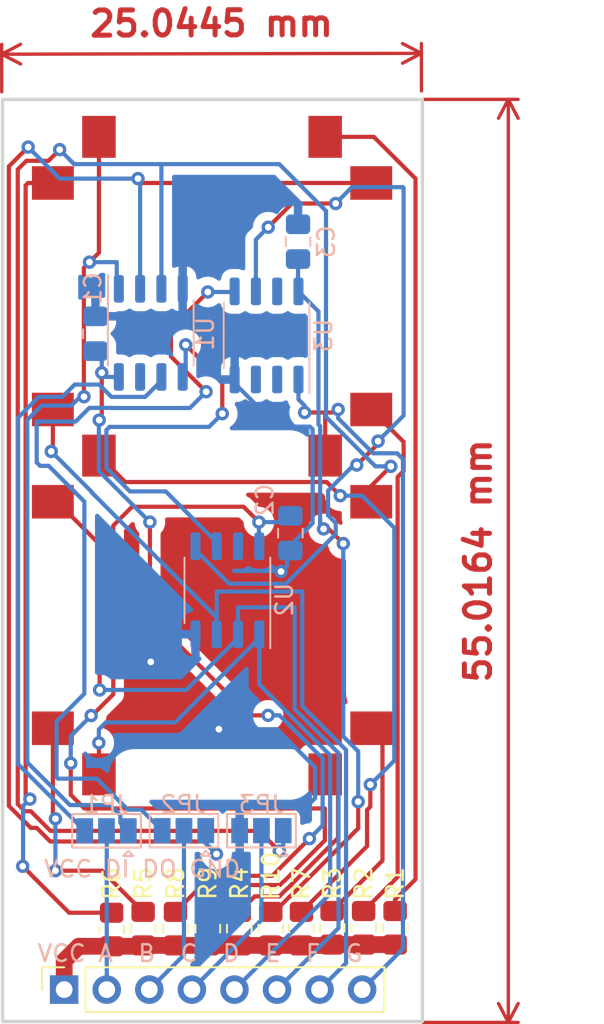
<source format=kicad_pcb>
(kicad_pcb (version 20211014) (generator pcbnew)
  (layers (0 "F.Cu" signal) (31 "B.Cu" signal) (34 "B.Paste" user) (35 "F.Paste" user) (36 "B.SilkS" user "B.Silkscreen") (37 "F.SilkS" user "F.Silkscreen") (38 "B.Mask" user) (39 "F.Mask" user) (44 "Edge.Cuts" user))
  (net 0 "")
  (net 1 "VCC")
  (net 2 "Net-(C1-Pad1)")
  (net 3 "Net-(C2-Pad1)")
  (net 4 "Net-(C3-Pad1)")
  (net 5 "Net-(D1-Pad2)")
  (net 6 "Net-(D2-Pad2)")
  (net 7 "Net-(D3-Pad2)")
  (net 8 "Net-(D4-Pad2)")
  (net 9 "a")
  (net 10 "b")
  (net 11 "c")
  (net 12 "d")
  (net 13 "e")
  (net 14 "f")
  (net 15 "g")
  (net 16 "a_di")
  (net 17 "b_do")
  (net 18 "c_gnd")
  (net 19 "di")
  (net 20 "do")
  (net 21 "GND")
  (net 22 "Net-(U1-Pad5)")
  (net 24 "Net-(U2-Pad5)")
  (net 29 "Net-(D5-Pad2)")
  (net 30 "Net-(D6-Pad2)")
  (net 31 "Net-(D7-Pad2)")
  (footprint "7SegmentCharlie:LEDFilament_12mm" (layer "F.Cu") (at 177.546 87.2236 180)
    (fp_text reference "D7" hide)
    (fp_text value "LED" hide)
    (pad "" np_thru_hole oval locked (at 0 0 180) (size 11.25 2) (drill oval 11.25 2) (layers *.Cu *.Mask))
    (pad "1" smd rect locked (at -6.75 0 180) (size 2 2.5) (layers "F.Cu") (net 15 "g"))
    (pad "2" smd rect locked (at 6.75 0 180) (size 2 2.5) (layers "F.Cu") (net 31 "Net-(D7-Pad2)"))
  )
  (footprint "Resistor_SMD:R_0805_2012Metric_Pad1.20x1.40mm_HandSolder" (layer "F.Cu") (at 181.0512 115.4176 -90)
    (fp_text reference "R10" (at -3.1496 0 90) (layer "F.SilkS"))
    (fp_text value "R")
    (pad "1" smd roundrect (at -1 0 270) (size 1.2 1.4) (layers "F.Cu" "F.Paste" "F.Mask") (roundrect_rratio 0.2083333333) (net 4 "Net-(C3-Pad1)"))
    (pad "2" smd roundrect (at 1 0 270) (size 1.2 1.4) (layers "F.Cu" "F.Paste" "F.Mask") (roundrect_rratio 0.2083333333) (net 1 "VCC"))
  )
  (footprint "7SegmentCharlie:LEDFilament_12mm" (layer "F.Cu") (at 187.0456 96.7232 -90)
    (fp_text reference "D3" hide)
    (fp_text value "LED" hide)
    (pad "" np_thru_hole oval locked (at 0 0 270) (size 11.25 2) (drill oval 11.25 2) (layers *.Cu *.Mask))
    (pad "1" smd rect locked (at -6.75 0 270) (size 2 2.5) (layers "F.Cu") (net 11 "c"))
    (pad "2" smd rect locked (at 6.75 0 270) (size 2 2.5) (layers "F.Cu") (net 7 "Net-(D3-Pad2)"))
  )
  (footprint "Connector_PinSocket_2.54mm:PinSocket_1x08_P2.54mm_Vertical" (layer "F.Cu") (at 168.7218 119.0502 90)
    (fp_text reference "J1" hide)
    (fp_text value "Conn_01x08_Male")
    (pad "1" thru_hole rect (at 0 0 90) (size 1.7 1.7) (drill 1) (layers *.Cu *.Mask) (net 1 "VCC"))
    (pad "2" thru_hole oval (at 0 2.54 90) (size 1.7 1.7) (drill 1) (layers *.Cu *.Mask) (net 16 "a_di"))
    (pad "3" thru_hole oval (at 0 5.08 90) (size 1.7 1.7) (drill 1) (layers *.Cu *.Mask) (net 17 "b_do"))
    (pad "4" thru_hole oval (at 0 7.62 90) (size 1.7 1.7) (drill 1) (layers *.Cu *.Mask) (net 18 "c_gnd"))
    (pad "5" thru_hole oval (at 0 10.16 90) (size 1.7 1.7) (drill 1) (layers *.Cu *.Mask) (net 12 "d"))
    (pad "6" thru_hole oval (at 0 12.7 90) (size 1.7 1.7) (drill 1) (layers *.Cu *.Mask) (net 13 "e"))
    (pad "7" thru_hole oval (at 0 15.24 90) (size 1.7 1.7) (drill 1) (layers *.Cu *.Mask) (net 14 "f"))
    (pad "8" thru_hole oval (at 0 17.78 90) (size 1.7 1.7) (drill 1) (layers *.Cu *.Mask) (net 15 "g"))
  )
  (footprint "Resistor_SMD:R_0805_2012Metric_Pad1.20x1.40mm_HandSolder" (layer "F.Cu") (at 171.5516 115.4684 90)
    (fp_text reference "R6" (at 2.7432 0 90) (layer "F.SilkS"))
    (fp_text value "R")
    (pad "1" smd roundrect (at -1 0 90) (size 1.2 1.4) (layers "F.Cu" "F.Paste" "F.Mask") (roundrect_rratio 0.2083333333) (net 1 "VCC"))
    (pad "2" smd roundrect (at 1 0 90) (size 1.2 1.4) (layers "F.Cu" "F.Paste" "F.Mask") (roundrect_rratio 0.2083333333) (net 30 "Net-(D6-Pad2)"))
  )
  (footprint "Resistor_SMD:R_0805_2012Metric_Pad1.20x1.40mm_HandSolder" (layer "F.Cu") (at 184.7088 115.3668 90)
    (fp_text reference "R3" (at 2.6416 0 90) (layer "F.SilkS"))
    (fp_text value "R")
    (pad "1" smd roundrect (at -1 0 90) (size 1.2 1.4) (layers "F.Cu" "F.Paste" "F.Mask") (roundrect_rratio 0.2083333333) (net 1 "VCC"))
    (pad "2" smd roundrect (at 1 0 90) (size 1.2 1.4) (layers "F.Cu" "F.Paste" "F.Mask") (roundrect_rratio 0.2083333333) (net 7 "Net-(D3-Pad2)"))
  )
  (footprint "7SegmentCharlie:LEDFilament_12mm" (layer "F.Cu") (at 177.546 68.2244)
    (fp_text reference "D1" hide)
    (fp_text value "LED" hide)
    (pad "" np_thru_hole oval locked (at 0 0) (size 11.25 2) (drill oval 11.25 2) (layers *.Cu *.Mask))
    (pad "1" smd rect locked (at -6.75 0) (size 2 2.5) (layers "F.Cu") (net 9 "a"))
    (pad "2" smd rect locked (at 6.75 0) (size 2 2.5) (layers "F.Cu") (net 5 "Net-(D1-Pad2)"))
  )
  (footprint "7SegmentCharlie:LEDFilament_12mm" (layer "F.Cu") (at 168.0464 77.724 90)
    (fp_text reference "D6" hide)
    (fp_text value "LED" hide)
    (pad "" np_thru_hole oval locked (at 0 0 90) (size 11.25 2) (drill oval 11.25 2) (layers *.Cu *.Mask))
    (pad "1" smd rect locked (at -6.75 0 90) (size 2 2.5) (layers "F.Cu") (net 14 "f"))
    (pad "2" smd rect locked (at 6.75 0 90) (size 2 2.5) (layers "F.Cu") (net 30 "Net-(D6-Pad2)"))
  )
  (footprint "Resistor_SMD:R_0805_2012Metric_Pad1.20x1.40mm_HandSolder" (layer "F.Cu") (at 177.292 115.4176 -90)
    (fp_text reference "R9" (at -2.6924 0 90) (layer "F.SilkS"))
    (fp_text value "R")
    (pad "1" smd roundrect (at -1 0 270) (size 1.2 1.4) (layers "F.Cu" "F.Paste" "F.Mask") (roundrect_rratio 0.2083333333) (net 3 "Net-(C2-Pad1)"))
    (pad "2" smd roundrect (at 1 0 270) (size 1.2 1.4) (layers "F.Cu" "F.Paste" "F.Mask") (roundrect_rratio 0.2083333333) (net 1 "VCC"))
  )
  (footprint "Resistor_SMD:R_0805_2012Metric_Pad1.20x1.40mm_HandSolder" (layer "F.Cu") (at 175.3616 115.4176 -90)
    (fp_text reference "R8" (at -2.6924 0 90) (layer "F.SilkS"))
    (fp_text value "R")
    (pad "1" smd roundrect (at -1 0 270) (size 1.2 1.4) (layers "F.Cu" "F.Paste" "F.Mask") (roundrect_rratio 0.2083333333) (net 2 "Net-(C1-Pad1)"))
    (pad "2" smd roundrect (at 1 0 270) (size 1.2 1.4) (layers "F.Cu" "F.Paste" "F.Mask") (roundrect_rratio 0.2083333333) (net 1 "VCC"))
  )
  (footprint "7SegmentCharlie:LEDFilament_12mm" (layer "F.Cu") (at 187.0456 77.724 -90)
    (fp_text reference "D2" hide)
    (fp_text value "LED" hide)
    (pad "" np_thru_hole oval locked (at 0 0 270) (size 11.25 2) (drill oval 11.25 2) (layers *.Cu *.Mask))
    (pad "1" smd rect locked (at -6.75 0 270) (size 2 2.5) (layers "F.Cu") (net 10 "b"))
    (pad "2" smd rect locked (at 6.75 0 270) (size 2 2.5) (layers "F.Cu") (net 6 "Net-(D2-Pad2)"))
  )
  (footprint "Resistor_SMD:R_0805_2012Metric_Pad1.20x1.40mm_HandSolder" (layer "F.Cu") (at 186.5884 115.3668 90)
    (fp_text reference "R2" (at 2.6416 0 90) (layer "F.SilkS"))
    (fp_text value "R")
    (pad "1" smd roundrect (at -1 0 90) (size 1.2 1.4) (layers "F.Cu" "F.Paste" "F.Mask") (roundrect_rratio 0.2083333333) (net 1 "VCC"))
    (pad "2" smd roundrect (at 1 0 90) (size 1.2 1.4) (layers "F.Cu" "F.Paste" "F.Mask") (roundrect_rratio 0.2083333333) (net 6 "Net-(D2-Pad2)"))
  )
  (footprint "7SegmentCharlie:LEDFilament_12mm" (layer "F.Cu") (at 168.0464 96.7232 -90)
    (fp_text reference "D5" hide)
    (fp_text value "LED" hide)
    (pad "" np_thru_hole oval locked (at 0 0 270) (size 11.25 2) (drill oval 11.25 2) (layers *.Cu *.Mask))
    (pad "1" smd rect locked (at -6.75 0 270) (size 2 2.5) (layers "F.Cu") (net 13 "e"))
    (pad "2" smd rect locked (at 6.75 0 270) (size 2 2.5) (layers "F.Cu") (net 29 "Net-(D5-Pad2)"))
  )
  (footprint "Resistor_SMD:R_0805_2012Metric_Pad1.20x1.40mm_HandSolder" (layer "F.Cu") (at 182.88 115.4176 90)
    (fp_text reference "R7" (at 2.6924 0 90) (layer "F.SilkS"))
    (fp_text value "R")
    (pad "1" smd roundrect (at -1 0 90) (size 1.2 1.4) (layers "F.Cu" "F.Paste" "F.Mask") (roundrect_rratio 0.2083333333) (net 1 "VCC"))
    (pad "2" smd roundrect (at 1 0 90) (size 1.2 1.4) (layers "F.Cu" "F.Paste" "F.Mask") (roundrect_rratio 0.2083333333) (net 31 "Net-(D7-Pad2)"))
  )
  (footprint "Resistor_SMD:R_0805_2012Metric_Pad1.20x1.40mm_HandSolder" (layer "F.Cu") (at 188.468 115.3668 90)
    (fp_text reference "R1" (at 2.6416 0 90) (layer "F.SilkS"))
    (fp_text value "R")
    (pad "1" smd roundrect (at -1 0 90) (size 1.2 1.4) (layers "F.Cu" "F.Paste" "F.Mask") (roundrect_rratio 0.2083333333) (net 1 "VCC"))
    (pad "2" smd roundrect (at 1 0 90) (size 1.2 1.4) (layers "F.Cu" "F.Paste" "F.Mask") (roundrect_rratio 0.2083333333) (net 5 "Net-(D1-Pad2)"))
  )
  (footprint "Resistor_SMD:R_0805_2012Metric_Pad1.20x1.40mm_HandSolder" (layer "F.Cu") (at 179.1716 115.4176 90)
    (fp_text reference "R4" (at 2.6924 0 90) (layer "F.SilkS"))
    (fp_text value "R")
    (pad "1" smd roundrect (at -1 0 90) (size 1.2 1.4) (layers "F.Cu" "F.Paste" "F.Mask") (roundrect_rratio 0.2083333333) (net 1 "VCC"))
    (pad "2" smd roundrect (at 1 0 90) (size 1.2 1.4) (layers "F.Cu" "F.Paste" "F.Mask") (roundrect_rratio 0.2083333333) (net 8 "Net-(D4-Pad2)"))
  )
  (footprint "7SegmentCharlie:LEDFilament_12mm" (layer "F.Cu") (at 177.546 106.2228)
    (fp_text reference "D4" hide)
    (fp_text value "LED" hide)
    (pad "" np_thru_hole oval locked (at 0 0) (size 11.25 2) (drill oval 11.25 2) (layers *.Cu *.Mask))
    (pad "1" smd rect locked (at -6.75 0) (size 2 2.5) (layers "F.Cu") (net 12 "d"))
    (pad "2" smd rect locked (at 6.75 0) (size 2 2.5) (layers "F.Cu") (net 8 "Net-(D4-Pad2)"))
  )
  (footprint "Resistor_SMD:R_0805_2012Metric_Pad1.20x1.40mm_HandSolder" (layer "F.Cu") (at 173.4312 115.4176 90)
    (fp_text reference "R5" (at 2.6924 0 90) (layer "F.SilkS"))
    (fp_text value "R")
    (pad "1" smd roundrect (at -1 0 90) (size 1.2 1.4) (layers "F.Cu" "F.Paste" "F.Mask") (roundrect_rratio 0.2083333333) (net 1 "VCC"))
    (pad "2" smd roundrect (at 1 0 90) (size 1.2 1.4) (layers "F.Cu" "F.Paste" "F.Mask") (roundrect_rratio 0.2083333333) (net 29 "Net-(D5-Pad2)"))
  )
  (footprint "Package_SO:SOP-8_3.9x4.9mm_P1.27mm" (layer "B.Cu") (at 178.4604 95.25 90)
    (fp_text reference "U2" (at -0.5588 3.4 90) (layer "B.SilkS") (effects (justify mirror)))
    (fp_text value "WS2811")
    (pad "1" smd roundrect (at -2.625 1.905 90) (size 1.65 0.6) (layers "B.Cu" "B.Paste" "B.Mask") (net 12 "d"))
    (pad "2" smd roundrect (at -2.625 0.635 90) (size 1.65 0.6) (layers "B.Cu" "B.Paste" "B.Mask") (net 13 "e"))
    (pad "3" smd roundrect (at -2.625 -0.635 90) (size 1.65 0.6) (layers "B.Cu" "B.Paste" "B.Mask") (net 14 "f"))
    (pad "4" smd roundrect (at -2.625 -1.905 90) (size 1.65 0.6) (layers "B.Cu" "B.Paste" "B.Mask") (net 21 "GND"))
    (pad "5" smd roundrect (at 2.625 -1.905 90) (size 1.65 0.6) (layers "B.Cu" "B.Paste" "B.Mask") (net 24 "Net-(U2-Pad5)"))
    (pad "6" smd roundrect (at 2.625 -0.635 90) (size 1.65 0.6) (layers "B.Cu" "B.Paste" "B.Mask") (net 22 "Net-(U1-Pad5)"))
    (pad "7" smd roundrect (at 2.625 0.635 90) (size 1.65 0.6) (layers "B.Cu" "B.Paste" "B.Mask"))
    (pad "8" smd roundrect (at 2.625 1.905 90) (size 1.65 0.6) (layers "B.Cu" "B.Paste" "B.Mask") (net 3 "Net-(C2-Pad1)"))
  )
  (footprint "Jumper:SolderJumper-3_P1.3mm_Open_Pad1.0x1.5mm" (layer "B.Cu") (at 171.2468 109.5855 180)
    (fp_text reference "JP1" (at 0 1.5847) (layer "B.SilkS") (effects (justify mirror)))
    (fp_text value "SolderJumper_3_Open")
    (pad "1" smd rect (at -1.3 0 180) (size 1 1.5) (layers "B.Cu" "B.Mask") (net 9 "a"))
    (pad "2" smd rect (at 0 0 180) (size 1 1.5) (layers "B.Cu" "B.Mask") (net 16 "a_di"))
    (pad "3" smd rect (at 1.3 0 180) (size 1 1.5) (layers "B.Cu" "B.Mask") (net 19 "di"))
  )
  (footprint "Jumper:SolderJumper-3_P1.3mm_Open_Pad1.0x1.5mm" (layer "B.Cu") (at 175.8696 109.5756 180)
    (fp_text reference "JP2" (at 0.0508 1.5748) (layer "B.SilkS") (effects (justify mirror)))
    (fp_text value "SolderJumper_3_Open")
    (pad "1" smd rect (at -1.3 0 180) (size 1 1.5) (layers "B.Cu" "B.Mask") (net 10 "b"))
    (pad "2" smd rect (at 0 0 180) (size 1 1.5) (layers "B.Cu" "B.Mask") (net 17 "b_do"))
    (pad "3" smd rect (at 1.3 0 180) (size 1 1.5) (layers "B.Cu" "B.Mask") (net 20 "do"))
  )
  (footprint "Capacitor_SMD:C_0805_2012Metric_Pad1.18x1.45mm_HandSolder" (layer "B.Cu") (at 182.2196 91.8464 -90)
    (fp_text reference "C2" (at -1.9812 1.524 90) (layer "B.SilkS") (effects (justify mirror)))
    (fp_text value "C")
    (pad "1" smd roundrect (at -1.0375 0 270) (size 1.175 1.45) (layers "B.Cu" "B.Paste" "B.Mask") (roundrect_rratio 0.2127659574) (net 3 "Net-(C2-Pad1)"))
    (pad "2" smd roundrect (at 1.0375 0 270) (size 1.175 1.45) (layers "B.Cu" "B.Paste" "B.Mask") (roundrect_rratio 0.2127659574) (net 21 "GND"))
  )
  (footprint "Jumper:SolderJumper-3_P1.3mm_Open_Pad1.0x1.5mm" (layer "B.Cu") (at 180.4924 109.5756 180)
    (fp_text reference "JP3" (at 0 1.5748) (layer "B.SilkS") (effects (justify mirror)))
    (fp_text value "SolderJumper_3_Open")
    (pad "1" smd rect (at -1.3 0 180) (size 1 1.5) (layers "B.Cu" "B.Mask") (net 11 "c"))
    (pad "2" smd rect (at 0 0 180) (size 1 1.5) (layers "B.Cu" "B.Mask") (net 18 "c_gnd"))
    (pad "3" smd rect (at 1.3 0 180) (size 1 1.5) (layers "B.Cu" "B.Mask") (net 21 "GND"))
  )
  (footprint "Package_SO:SOP-8_3.9x4.9mm_P1.27mm" (layer "B.Cu") (at 180.7972 80.0608 90)
    (fp_text reference "U3" (at 0 3.4 90) (layer "B.SilkS") (effects (justify mirror)))
    (fp_text value "WS2811")
    (pad "1" smd roundrect (at -2.625 1.905 90) (size 1.65 0.6) (layers "B.Cu" "B.Paste" "B.Mask") (net 15 "g"))
    (pad "2" smd roundrect (at -2.625 0.635 90) (size 1.65 0.6) (layers "B.Cu" "B.Paste" "B.Mask"))
    (pad "3" smd roundrect (at -2.625 -0.635 90) (size 1.65 0.6) (layers "B.Cu" "B.Paste" "B.Mask"))
    (pad "4" smd roundrect (at -2.625 -1.905 90) (size 1.65 0.6) (layers "B.Cu" "B.Paste" "B.Mask") (net 21 "GND"))
    (pad "5" smd roundrect (at 2.625 -1.905 90) (size 1.65 0.6) (layers "B.Cu" "B.Paste" "B.Mask") (net 20 "do"))
    (pad "6" smd roundrect (at 2.625 -0.635 90) (size 1.65 0.6) (layers "B.Cu" "B.Paste" "B.Mask") (net 24 "Net-(U2-Pad5)"))
    (pad "7" smd roundrect (at 2.625 0.635 90) (size 1.65 0.6) (layers "B.Cu" "B.Paste" "B.Mask"))
    (pad "8" smd roundrect (at 2.625 1.905 90) (size 1.65 0.6) (layers "B.Cu" "B.Paste" "B.Mask") (net 4 "Net-(C3-Pad1)"))
  )
  (footprint "Capacitor_SMD:C_0805_2012Metric_Pad1.18x1.45mm_HandSolder" (layer "B.Cu") (at 182.6768 74.4728 90)
    (fp_text reference "C3" (at 0 1.68 90) (layer "B.SilkS") (effects (justify mirror)))
    (fp_text value "C")
    (pad "1" smd roundrect (at -1.0375 0 90) (size 1.175 1.45) (layers "B.Cu" "B.Paste" "B.Mask") (roundrect_rratio 0.2127659574) (net 4 "Net-(C3-Pad1)"))
    (pad "2" smd roundrect (at 1.0375 0 90) (size 1.175 1.45) (layers "B.Cu" "B.Paste" "B.Mask") (roundrect_rratio 0.2127659574) (net 21 "GND"))
  )
  (footprint "Capacitor_SMD:C_0805_2012Metric_Pad1.18x1.45mm_HandSolder" (layer "B.Cu") (at 170.5864 79.9592 90)
    (fp_text reference "C1" (at 2.6924 -0.1524 90) (layer "B.SilkS") (effects (justify mirror)))
    (fp_text value "C")
    (pad "1" smd roundrect (at -1.0375 0 90) (size 1.175 1.45) (layers "B.Cu" "B.Paste" "B.Mask") (roundrect_rratio 0.2127659574) (net 2 "Net-(C1-Pad1)"))
    (pad "2" smd roundrect (at 1.0375 0 90) (size 1.175 1.45) (layers "B.Cu" "B.Paste" "B.Mask") (roundrect_rratio 0.2127659574) (net 21 "GND"))
  )
  (footprint "Package_SO:SOP-8_3.9x4.9mm_P1.27mm" (layer "B.Cu") (at 173.8884 79.9084 -90)
    (fp_text reference "U1" (at 0.0508 -3.2512 90) (layer "B.SilkS") (effects (justify mirror)))
    (fp_text value "WS2811")
    (pad "1" smd roundrect (at -2.625 1.905 270) (size 1.65 0.6) (layers "B.Cu" "B.Paste" "B.Mask") (net 9 "a"))
    (pad "2" smd roundrect (at -2.625 0.635 270) (size 1.65 0.6) (layers "B.Cu" "B.Paste" "B.Mask") (net 10 "b"))
    (pad "3" smd roundrect (at -2.625 -0.635 270) (size 1.65 0.6) (layers "B.Cu" "B.Paste" "B.Mask") (net 11 "c"))
    (pad "4" smd roundrect (at -2.625 -1.905 270) (size 1.65 0.6) (layers "B.Cu" "B.Paste" "B.Mask") (net 21 "GND"))
    (pad "5" smd roundrect (at 2.625 -1.905 270) (size 1.65 0.6) (layers "B.Cu" "B.Paste" "B.Mask") (net 22 "Net-(U1-Pad5)"))
    (pad "6" smd roundrect (at 2.625 -0.635 270) (size 1.65 0.6) (layers "B.Cu" "B.Paste" "B.Mask") (net 19 "di"))
    (pad "7" smd roundrect (at 2.625 0.635 270) (size 1.65 0.6) (layers "B.Cu" "B.Paste" "B.Mask"))
    (pad "8" smd roundrect (at 2.625 1.905 270) (size 1.65 0.6) (layers "B.Cu" "B.Paste" "B.Mask") (net 2 "Net-(C1-Pad1)"))
  )
  (gr_rect (start 165.0492 65.9892) (end 190.0936 120.9548) (layer "Edge.Cuts") (width 0.2) (fill none))
  (gr_text "VCC DI DO GND" (at 173.3804 111.8616) (layer "B.SilkS") (effects (font (size 1 1))))
  (gr_text "VCC A  B  C  D  E  F  G" (at 176.8348 116.8908) (layer "B.SilkS") (effects (font (size 1 1))))
  (dimension (type aligned) (layer "F.Cu") (pts (xy 190.0428 65.9892) (xy 164.9984 66.04)) (height 2.7432) (gr_text "25,0445 mm" (at 177.511385 61.47141 0.1162184603) (layer "F.Cu") (effects (font (size 1.5 1.5) (thickness 0.3)))) (format (units 3) (units_format 1) (precision 4)) (style (thickness 0.2) (arrow_length 1.27) (text_position_mode 0) (extension_height 0.58642) (extension_offset 0.5) keep_text_aligned))
  (dimension (type aligned) (layer "F.Cu") (pts (xy 189.6364 65.9892) (xy 189.6364 121.0056)) (height -5.588) (gr_text "55,0164 mm" (at 193.4244 93.4974 90) (layer "F.Cu") (effects (font (size 1.5 1.5) (thickness 0.3)))) (format (units 3) (units_format 1) (precision 4)) (style (thickness 0.2) (arrow_length 1.27) (text_position_mode 0) (extension_height 0.58642) (extension_offset 0.5) keep_text_aligned))
  (segment (start 181.0512 116.4176) (end 182.88 116.4176) (width 1) (layer "F.Cu") (net 1))
  (segment (start 171.5516 116.4684) (end 173.3804 116.4684) (width 1) (layer "F.Cu") (net 1))
  (segment (start 168.7218 117.333) (end 169.5864 116.4684) (width 1) (layer "F.Cu") (net 1))
  (segment (start 169.5864 116.4684) (end 171.5516 116.4684) (width 1) (layer "F.Cu") (net 1))
  (segment (start 173.3804 116.4684) (end 173.4312 116.4176) (width 1) (layer "F.Cu") (net 1))
  (segment (start 175.3616 116.4176) (end 177.292 116.4176) (width 1) (layer "F.Cu") (net 1))
  (segment (start 173.4312 116.4176) (end 175.3616 116.4176) (width 1) (layer "F.Cu") (net 1))
  (segment (start 184.7088 116.3668) (end 186.5884 116.3668) (width 1) (layer "F.Cu") (net 1))
  (segment (start 177.292 116.4176) (end 179.1716 116.4176) (width 1) (layer "F.Cu") (net 1))
  (segment (start 182.88 116.4176) (end 184.658 116.4176) (width 1) (layer "F.Cu") (net 1))
  (segment (start 179.1716 116.4176) (end 181.0512 116.4176) (width 1) (layer "F.Cu") (net 1))
  (segment (start 168.7218 119.0502) (end 168.7218 117.333) (width 1) (layer "F.Cu") (net 1))
  (segment (start 184.658 116.4176) (end 184.7088 116.3668) (width 1) (layer "F.Cu") (net 1))
  (segment (start 186.5884 116.3668) (end 188.468 116.3668) (width 1) (layer "F.Cu") (net 1))
  (segment (start 173.8376 91.186) (end 173.8376 96.774) (width 0.25) (layer "F.Cu") (net 2))
  (segment (start 181.142794 112.268) (end 183.357597 110.053197) (width 0.25) (layer "F.Cu") (net 2))
  (segment (start 175.3616 114.4176) (end 177.5112 112.268) (width 0.25) (layer "F.Cu") (net 2))
  (segment (start 173.8376 96.774) (end 179.7679 102.7043) (width 0.25) (layer "F.Cu") (net 2))
  (segment (start 170.963225 84.952568) (end 170.812493 85.1033) (width 0.25) (layer "F.Cu") (net 2))
  (segment (start 177.5112 112.268) (end 181.142794 112.268) (width 0.25) (layer "F.Cu") (net 2))
  (segment (start 170.963225 82.281189) (end 170.963225 84.952568) (width 0.25) (layer "F.Cu") (net 2))
  (segment (start 179.7679 102.7043) (end 180.891368 102.7043) (width 0.25) (layer "F.Cu") (net 2))
  (via (at 170.963225 82.281189) (size 0.8) (drill 0.4) (layers "F.Cu" "B.Cu") (net 2))
  (via (at 180.891368 102.7043) (size 0.8) (drill 0.4) (layers "F.Cu" "B.Cu") (net 2))
  (via (at 183.357597 110.053197) (size 0.8) (drill 0.4) (layers "F.Cu" "B.Cu") (net 2))
  (via (at 173.8376 91.186) (size 0.8) (drill 0.4) (layers "F.Cu" "B.Cu") (net 2))
  (via (at 170.812493 85.1033) (size 0.8) (drill 0.4) (layers "F.Cu" "B.Cu") (net 2))
  (segment (start 170.963225 81.373525) (end 170.5864 80.9967) (width 0.25) (layer "B.Cu") (net 2))
  (segment (start 183.357597 110.053197) (end 184.142311 109.268483) (width 0.25) (layer "B.Cu") (net 2))
  (segment (start 171.215436 82.5334) (end 170.963225 82.281189) (width 0.25) (layer "B.Cu") (net 2))
  (segment (start 171.9834 82.5334) (end 171.215436 82.5334) (width 0.25) (layer "B.Cu") (net 2))
  (segment (start 173.8376 91.186) (end 170.7896 88.138) (width 0.25) (layer "B.Cu") (net 2))
  (segment (start 184.142311 105.274607) (end 181.572004 102.7043) (width 0.25) (layer "B.Cu") (net 2))
  (segment (start 170.7896 88.138) (end 170.7896 85.126193) (width 0.25) (layer "B.Cu") (net 2))
  (segment (start 184.142311 109.268483) (end 184.142311 105.274607) (width 0.25) (layer "B.Cu") (net 2))
  (segment (start 170.7896 85.126193) (end 170.812493 85.1033) (width 0.25) (layer "B.Cu") (net 2))
  (segment (start 170.963225 82.281189) (end 170.963225 81.373525) (width 0.25) (layer "B.Cu") (net 2))
  (segment (start 181.572004 102.7043) (end 180.891368 102.7043) (width 0.25) (layer "B.Cu") (net 2))
  (segment (start 181.81964 112.59405) (end 181.594579 112.819111) (width 0.25) (layer "F.Cu") (net 3))
  (segment (start 172.7708 90.2716) (end 171.6532 91.3892) (width 0.25) (layer "F.Cu") (net 3))
  (segment (start 180.34 91.186) (end 179.4256 90.2716) (width 0.25) (layer "F.Cu") (net 3))
  (segment (start 171.6532 91.3892) (end 171.6532 101.4476) (width 0.25) (layer "F.Cu") (net 3))
  (segment (start 170.3832 102.7176) (end 170.3324 102.7176) (width 0.25) (layer "F.Cu") (net 3))
  (segment (start 171.6532 101.4476) (end 170.3832 102.7176) (width 0.25) (layer "F.Cu") (net 3))
  (segment (start 169.928978 108.2548) (end 184.277704 108.2548) (width 0.25) (layer "F.Cu") (net 3))
  (segment (start 169.1132 105.5624) (end 169.1132 107.439022) (width 0.25) (layer "F.Cu") (net 3))
  (segment (start 181.841342 112.59405) (end 181.81964 112.59405) (width 0.25) (layer "F.Cu") (net 3))
  (segment (start 178.890489 112.819111) (end 177.292 114.4176) (width 0.25) (layer "F.Cu") (net 3))
  (segment (start 184.277704 110.157688) (end 181.841342 112.59405) (width 0.25) (layer "F.Cu") (net 3))
  (segment (start 169.1132 107.439022) (end 169.928978 108.2548) (width 0.25) (layer "F.Cu") (net 3))
  (segment (start 181.594579 112.819111) (end 178.890489 112.819111) (width 0.25) (layer "F.Cu") (net 3))
  (segment (start 179.4256 90.2716) (end 172.7708 90.2716) (width 0.25) (layer "F.Cu") (net 3))
  (segment (start 184.277704 108.2548) (end 184.277704 110.157688) (width 0.25) (layer "F.Cu") (net 3))
  (via (at 180.34 91.186) (size 0.8) (drill 0.4) (layers "F.Cu" "B.Cu") (net 3))
  (via (at 169.1132 105.5624) (size 0.8) (drill 0.4) (layers "F.Cu" "B.Cu") (net 3))
  (via (at 170.3324 102.7176) (size 0.8) (drill 0.4) (layers "F.Cu" "B.Cu") (net 3))
  (segment (start 180.34 91.186) (end 181.5377 91.186) (width 0.25) (layer "B.Cu") (net 3))
  (segment (start 180.34 91.186) (end 180.34 92.5996) (width 0.25) (layer "B.Cu") (net 3))
  (segment (start 181.5377 91.186) (end 182.0164 90.7073) (width 0.25) (layer "B.Cu") (net 3))
  (segment (start 169.1132 103.9368) (end 170.3324 102.7176) (width 0.25) (layer "B.Cu") (net 3))
  (segment (start 169.1132 105.5624) (end 169.1132 103.9368) (width 0.25) (layer "B.Cu") (net 3))
  (segment (start 180.34 92.5996) (end 180.3654 92.625) (width 0.25) (layer "B.Cu") (net 3))
  (segment (start 181.267507 114.4176) (end 182.192027 113.49308) (width 0.25) (layer "F.Cu") (net 4))
  (segment (start 184.503866 91.5924) (end 185.376932 92.465466) (width 0.25) (layer "F.Cu") (net 4))
  (segment (start 186.266141 109.440659) (end 186.266141 107.84926) (width 0.25) (layer "F.Cu") (net 4))
  (segment (start 184.2008 91.5924) (end 184.503866 91.5924) (width 0.25) (layer "F.Cu") (net 4))
  (segment (start 182.21372 113.49308) (end 186.266141 109.440659) (width 0.25) (layer "F.Cu") (net 4))
  (segment (start 181.0512 114.4176) (end 181.267507 114.4176) (width 0.25) (layer "F.Cu") (net 4))
  (segment (start 182.192027 113.49308) (end 182.21372 113.49308) (width 0.25) (layer "F.Cu") (net 4))
  (via (at 184.2008 91.5924) (size 0.8) (drill 0.4) (layers "F.Cu" "B.Cu") (net 4))
  (via (at 186.266141 107.84926) (size 0.8) (drill 0.4) (layers "F.Cu" "B.Cu") (net 4))
  (via (at 185.376932 92.465466) (size 0.8) (drill 0.4) (layers "F.Cu" "B.Cu") (net 4))
  (segment (start 186.266141 104.855621) (end 185.376932 103.966412) (width 0.25) (layer "B.Cu") (net 4))
  (segment (start 182.6768 75.6119) (end 182.6768 77.4104) (width 0.25) (layer "B.Cu") (net 4))
  (segment (start 183.896 78.6296) (end 183.896 85.368696) (width 0.25) (layer "B.Cu") (net 4))
  (segment (start 185.376932 103.966412) (end 185.376932 92.465466) (width 0.25) (layer "B.Cu") (net 4))
  (segment (start 182.7022 77.4358) (end 183.896 78.6296) (width 0.25) (layer "B.Cu") (net 4))
  (segment (start 183.995031 91.386631) (end 184.2008 91.5924) (width 0.25) (layer "B.Cu") (net 4))
  (segment (start 183.995031 85.467727) (end 183.995031 91.386631) (width 0.25) (layer "B.Cu") (net 4))
  (segment (start 182.6768 77.4104) (end 182.7022 77.4358) (width 0.25) (layer "B.Cu") (net 4))
  (segment (start 183.896 85.368696) (end 183.995031 85.467727) (width 0.25) (layer "B.Cu") (net 4))
  (segment (start 186.266141 107.84926) (end 186.266141 104.855621) (width 0.25) (layer "B.Cu") (net 4))
  (segment (start 187.195022 68.2244) (end 184.296 68.2244) (width 0.25) (layer "F.Cu") (net 5))
  (segment (start 189.6872 70.716578) (end 187.195022 68.2244) (width 0.25) (layer "F.Cu") (net 5))
  (segment (start 188.468 113.6904) (end 189.6872 112.4712) (width 0.25) (layer "F.Cu") (net 5))
  (segment (start 189.6872 112.4712) (end 189.6872 70.716578) (width 0.25) (layer "F.Cu") (net 5))
  (segment (start 188.468 114.3668) (end 188.468 113.6904) (width 0.25) (layer "F.Cu") (net 5))
  (segment (start 188.620111 112.335089) (end 188.620111 88.493889) (width 0.25) (layer "F.Cu") (net 6))
  (segment (start 186.5884 114.3668) (end 188.620111 112.335089) (width 0.25) (layer "F.Cu") (net 6))
  (segment (start 188.620111 88.493889) (end 188.976 88.138) (width 0.25) (layer "F.Cu") (net 6))
  (segment (start 188.976 88.138) (end 188.976 86.4044) (width 0.25) (layer "F.Cu") (net 6))
  (segment (start 188.976 86.4044) (end 187.0456 84.474) (width 0.25) (layer "F.Cu") (net 6))
  (segment (start 187.715141 104.142741) (end 187.0456 103.4732) (width 0.25) (layer "F.Cu") (net 7))
  (segment (start 184.7088 114.3668) (end 187.715141 111.360459) (width 0.25) (layer "F.Cu") (net 7))
  (segment (start 187.715141 111.360459) (end 187.715141 104.142741) (width 0.25) (layer "F.Cu") (net 7))
  (segment (start 185.0644 110.006696) (end 185.0644 106.9912) (width 0.25) (layer "F.Cu") (net 8))
  (segment (start 180.09612 113.49308) (end 181.556323 113.49308) (width 0.25) (layer "F.Cu") (net 8))
  (segment (start 182.027526 113.04357) (end 185.0644 110.006696) (width 0.25) (layer "F.Cu") (net 8))
  (segment (start 181.556323 113.49308) (end 182.005834 113.043569) (width 0.25) (layer "F.Cu") (net 8))
  (segment (start 182.005834 113.043569) (end 182.027526 113.04357) (width 0.25) (layer "F.Cu") (net 8))
  (segment (start 185.0644 106.9912) (end 184.296 106.2228) (width 0.25) (layer "F.Cu") (net 8))
  (segment (start 179.1716 114.4176) (end 180.09612 113.49308) (width 0.25) (layer "F.Cu") (net 8))
  (segment (start 170.2308 75.692) (end 169.895902 76.026898) (width 0.25) (layer "F.Cu") (net 9))
  (segment (start 170.796 68.2244) (end 170.796 75.1268) (width 0.25) (layer "F.Cu") (net 9))
  (segment (start 169.895902 76.026898) (end 169.895902 83.703738) (width 0.25) (layer "F.Cu") (net 9))
  (segment (start 169.895902 83.703738) (end 169.904953 83.712789) (width 0.25) (layer "F.Cu") (net 9))
  (segment (start 170.796 75.1268) (end 170.2308 75.692) (width 0.25) (layer "F.Cu") (net 9))
  (via (at 169.904953 83.712789) (size 0.8) (drill 0.4) (layers "F.Cu" "B.Cu") (net 9))
  (via (at 170.2308 75.692) (size 0.8) (drill 0.4) (layers "F.Cu" "B.Cu") (net 9))
  (segment (start 170.2308 75.692) (end 171.8564 75.692) (width 0.25) (layer "B.Cu") (net 9))
  (segment (start 166.5224 105.5116) (end 166.5224 85.09) (width 0.25) (layer "B.Cu") (net 9))
  (segment (start 166.5224 85.09) (end 167.370621 84.241779) (width 0.25) (layer "B.Cu") (net 9))
  (segment (start 171.8564 77.1564) (end 171.9834 77.2834) (width 0.25) (layer "B.Cu") (net 9))
  (segment (start 172.071311 108.648215) (end 171.474696 108.0516) (width 0.25) (layer "B.Cu") (net 9))
  (segment (start 172.5468 109.5855) (end 172.071311 109.110011) (width 0.25) (layer "B.Cu") (net 9))
  (segment (start 171.8564 75.692) (end 171.8564 77.1564) (width 0.25) (layer "B.Cu") (net 9))
  (segment (start 169.0624 108.0516) (end 166.5224 105.5116) (width 0.25) (layer "B.Cu") (net 9))
  (segment (start 169.676203 83.712789) (end 169.904953 83.712789) (width 0.25) (layer "B.Cu") (net 9))
  (segment (start 167.370621 84.241779) (end 169.147213 84.241779) (width 0.25) (layer "B.Cu") (net 9))
  (segment (start 171.474696 108.0516) (end 169.0624 108.0516) (width 0.25) (layer "B.Cu") (net 9))
  (segment (start 172.071311 109.110011) (end 172.071311 108.648215) (width 0.25) (layer "B.Cu") (net 9))
  (segment (start 169.147213 84.241779) (end 169.676203 83.712789) (width 0.25) (layer "B.Cu") (net 9))
  (segment (start 165.420179 69.987021) (end 165.420179 108.101683) (width 0.25) (layer "F.Cu") (net 10))
  (segment (start 166.728395 109.409899) (end 167.076499 109.409899) (width 0.25) (layer "F.Cu") (net 10))
  (segment (start 173.3868 70.974) (end 173.1264 70.7136) (width 0.25) (layer "F.Cu") (net 10))
  (segment (start 165.420179 108.101683) (end 166.728395 109.409899) (width 0.25) (layer "F.Cu") (net 10))
  (segment (start 167.889299 110.222699) (end 177.060258 110.222699) (width 0.25) (layer "F.Cu") (net 10))
  (segment (start 187.0456 70.974) (end 173.3868 70.974) (width 0.25) (layer "F.Cu") (net 10))
  (segment (start 166.5732 68.834) (end 165.420179 69.987021) (width 0.25) (layer "F.Cu") (net 10))
  (segment (start 177.060258 110.222699) (end 177.809744 110.972185) (width 0.25) (layer "F.Cu") (net 10))
  (segment (start 167.076499 109.409899) (end 167.889299 110.222699) (width 0.25) (layer "F.Cu") (net 10))
  (via (at 173.1264 70.7136) (size 0.8) (drill 0.4) (layers "F.Cu" "B.Cu") (net 10))
  (via (at 177.809744 110.972185) (size 0.8) (drill 0.4) (layers "F.Cu" "B.Cu") (net 10))
  (via (at 166.5732 68.834) (size 0.8) (drill 0.4) (layers "F.Cu" "B.Cu") (net 10))
  (segment (start 166.5732 68.834) (end 168.4528 70.7136) (width 0.25) (layer "B.Cu") (net 10))
  (segment (start 177.1696 110.332041) (end 177.809744 110.972185) (width 0.25) (layer "B.Cu") (net 10))
  (segment (start 168.4528 70.7136) (end 173.1264 70.7136) (width 0.25) (layer "B.Cu") (net 10))
  (segment (start 177.1696 109.5756) (end 177.1696 110.332041) (width 0.25) (layer "B.Cu") (net 10))
  (segment (start 173.2534 77.2834) (end 173.2534 70.8406) (width 0.25) (layer "B.Cu") (net 10))
  (segment (start 173.2534 70.8406) (end 173.1264 70.7136) (width 0.25) (layer "B.Cu") (net 10))
  (segment (start 166.730301 108.420501) (end 167.898701 109.588901) (width 0.25) (layer "F.Cu") (net 11))
  (segment (start 187.0456 89.03124) (end 188.214001 87.862839) (width 0.25) (layer "F.Cu") (net 11))
  (segment (start 180.353301 109.588901) (end 181.5592 110.7948) (width 0.25) (layer "F.Cu") (net 11))
  (segment (start 167.789711 69.649489) (end 166.471889 69.649489) (width 0.25) (layer "F.Cu") (net 11))
  (segment (start 165.950299 107.996099) (end 166.374701 108.420501) (width 0.25) (layer "F.Cu") (net 11))
  (segment (start 166.471889 69.649489) (end 165.950299 70.171079) (width 0.25) (layer "F.Cu") (net 11))
  (segment (start 187.0456 89.9732) (end 187.0456 89.03124) (width 0.25) (layer "F.Cu") (net 11))
  (segment (start 166.374701 108.420501) (end 166.730301 108.420501) (width 0.25) (layer "F.Cu") (net 11))
  (segment (start 165.950299 70.171079) (end 165.950299 107.996099) (width 0.25) (layer "F.Cu") (net 11))
  (segment (start 168.4528 68.9864) (end 167.789711 69.649489) (width 0.25) (layer "F.Cu") (net 11))
  (segment (start 167.898701 109.588901) (end 180.353301 109.588901) (width 0.25) (layer "F.Cu") (net 11))
  (via (at 181.5592 110.7948) (size 0.8) (drill 0.4) (layers "F.Cu" "B.Cu") (net 11))
  (via (at 168.4528 68.9864) (size 0.8) (drill 0.4) (layers "F.Cu" "B.Cu") (net 11))
  (via (at 188.214001 87.862839) (size 0.8) (drill 0.4) (layers "F.Cu" "B.Cu") (net 11))
  (segment (start 174.498 69.85) (end 181.5592 69.85) (width 0.25) (layer "B.Cu") (net 11))
  (segment (start 168.4528 68.9864) (end 169.3164 69.85) (width 0.25) (layer "B.Cu") (net 11))
  (segment (start 181.7924 110.5616) (end 181.5592 110.7948) (width 0.25) (layer "B.Cu") (net 11))
  (segment (start 174.5234 77.2834) (end 174.5234 69.8754) (width 0.25) (layer "B.Cu") (net 11))
  (segment (start 169.3164 69.85) (end 174.498 69.85) (width 0.25) (layer "B.Cu") (net 11))
  (segment (start 174.5234 69.8754) (end 174.498 69.85) (width 0.25) (layer "B.Cu") (net 11))
  (segment (start 184.34551 72.63631) (end 184.34551 84.913814) (width 0.25) (layer "B.Cu") (net 11))
  (segment (start 184.34551 84.913814) (end 187.294535 87.862839) (width 0.25) (layer "B.Cu") (net 11))
  (segment (start 181.5592 69.85) (end 184.34551 72.63631) (width 0.25) (layer "B.Cu") (net 11))
  (segment (start 187.294535 87.862839) (end 188.214001 87.862839) (width 0.25) (layer "B.Cu") (net 11))
  (segment (start 181.7924 109.5756) (end 181.7924 110.5616) (width 0.25) (layer "B.Cu") (net 11))
  (segment (start 170.796 104.3496) (end 170.7896 104.3432) (width 0.25) (layer "F.Cu") (net 12))
  (segment (start 170.796 106.2228) (end 170.796 104.3496) (width 0.25) (layer "F.Cu") (net 12))
  (via (at 170.7896 104.3432) (size 0.8) (drill 0.4) (layers "F.Cu" "B.Cu") (net 12))
  (segment (start 180.3654 97.875) (end 180.3654 100.861992) (width 0.25) (layer "B.Cu") (net 12))
  (segment (start 170.7896 104.3432) (end 170.7896 103.5464) (width 0.25) (layer "B.Cu") (net 12))
  (segment (start 175.342472 103.124) (end 180.3654 98.101072) (width 0.25) (layer "B.Cu") (net 12))
  (segment (start 184.591821 105.088413) (end 184.591821 113.340179) (width 0.25) (layer "B.Cu") (net 12))
  (segment (start 184.591821 113.340179) (end 178.8818 119.0502) (width 0.25) (layer "B.Cu") (net 12))
  (segment (start 171.212 103.124) (end 175.342472 103.124) (width 0.25) (layer "B.Cu") (net 12))
  (segment (start 170.7896 103.5464) (end 171.212 103.124) (width 0.25) (layer "B.Cu") (net 12))
  (segment (start 180.3654 98.101072) (end 180.3654 97.875) (width 0.25) (layer "B.Cu") (net 12))
  (segment (start 180.3654 100.861992) (end 184.591821 105.088413) (width 0.25) (layer "B.Cu") (net 12))
  (segment (start 168.0464 89.9732) (end 168.2964 89.9732) (width 0.25) (layer "F.Cu") (net 13))
  (segment (start 170.836101 92.512901) (end 170.836101 101.189301) (width 0.25) (layer "F.Cu") (net 13))
  (segment (start 168.2964 89.9732) (end 170.836101 92.512901) (width 0.25) (layer "F.Cu") (net 13))
  (via (at 170.836101 101.189301) (size 0.8) (drill 0.4) (layers "F.Cu" "B.Cu") (net 13))
  (segment (start 182.4736 102.334488) (end 185.09213 104.953018) (width 0.25) (layer "B.Cu") (net 13))
  (segment (start 179.0954 98.101072) (end 176.007171 101.189301) (width 0.25) (layer "B.Cu") (net 13))
  (segment (start 179.0954 96.2914) (end 179.1208 96.266) (width 0.25) (layer "B.Cu") (net 13))
  (segment (start 185.09213 104.953018) (end 185.09213 115.37987) (width 0.25) (layer "B.Cu") (net 13))
  (segment (start 179.1208 96.266) (end 182.4736 96.266) (width 0.25) (layer "B.Cu") (net 13))
  (segment (start 185.09213 115.37987) (end 181.4218 119.0502) (width 0.25) (layer "B.Cu") (net 13))
  (segment (start 179.0954 97.875) (end 179.0954 96.2914) (width 0.25) (layer "B.Cu") (net 13))
  (segment (start 179.0954 97.875) (end 179.0954 98.101072) (width 0.25) (layer "B.Cu") (net 13))
  (segment (start 176.007171 101.189301) (end 170.836101 101.189301) (width 0.25) (layer "B.Cu") (net 13))
  (segment (start 182.4736 96.266) (end 182.4736 102.334488) (width 0.25) (layer "B.Cu") (net 13))
  (segment (start 168.0464 86.876598) (end 167.949099 86.973899) (width 0.25) (layer "F.Cu") (net 14))
  (segment (start 168.0464 84.474) (end 168.0464 86.876598) (width 0.25) (layer "F.Cu") (net 14))
  (via (at 167.949099 86.973899) (size 0.8) (drill 0.4) (layers "F.Cu" "B.Cu") (net 14))
  (segment (start 177.8254 97.875) (end 177.8254 96.876304) (width 0.25) (layer "B.Cu") (net 14))
  (segment (start 177.8254 96.876304) (end 170.340089 89.390993) (width 0.25) (layer "B.Cu") (net 14))
  (segment (start 182.9308 102.155989) (end 185.54164 104.766829) (width 0.25) (layer "B.Cu") (net 14))
  (segment (start 170.340089 89.364889) (end 167.949099 86.973899) (width 0.25) (layer "B.Cu") (net 14))
  (segment (start 180.559201 95.3262) (end 182.9308 95.3262) (width 0.25) (layer "B.Cu") (net 14))
  (segment (start 185.54164 104.766829) (end 185.54164 117.47036) (width 0.25) (layer "B.Cu") (net 14))
  (segment (start 177.8254 95.3262) (end 180.527199 95.3262) (width 0.25) (layer "B.Cu") (net 14))
  (segment (start 182.9308 95.3262) (end 182.9308 102.155989) (width 0.25) (layer "B.Cu") (net 14))
  (segment (start 185.54164 117.47036) (end 183.9618 119.0502) (width 0.25) (layer "B.Cu") (net 14))
  (segment (start 177.8254 97.875) (end 177.8254 95.3262) (width 0.25) (layer "B.Cu") (net 14))
  (segment (start 170.340089 89.390993) (end 170.340089 89.364889) (width 0.25) (layer "B.Cu") (net 14))
  (segment (start 180.527199 95.3262) (end 180.5432 95.310199) (width 0.25) (layer "B.Cu") (net 14))
  (segment (start 180.5432 95.310199) (end 180.559201 95.3262) (width 0.25) (layer "B.Cu") (net 14))
  (segment (start 184.890494 84.652791) (end 185.07001 84.473275) (width 0.25) (layer "F.Cu") (net 15))
  (segment (start 184.333209 84.652791) (end 184.890494 84.652791) (width 0.25) (layer "F.Cu") (net 15))
  (segment (start 184.296 84.69) (end 184.333209 84.652791) (width 0.25) (layer "F.Cu") (net 15))
  (segment (start 183.070175 84.652791) (end 184.333209 84.652791) (width 0.25) (layer "F.Cu") (net 15))
  (segment (start 184.296 87.2236) (end 184.296 84.69) (width 0.25) (layer "F.Cu") (net 15))
  (via (at 183.070175 84.652791) (size 0.8) (drill 0.4) (layers "F.Cu" "B.Cu") (net 15))
  (via (at 185.07001 84.473275) (size 0.8) (drill 0.4) (layers "F.Cu" "B.Cu") (net 15))
  (segment (start 183.070175 84.242482) (end 183.070175 84.652791) (width 0.25) (layer "B.Cu") (net 15))
  (segment (start 188.938501 116.613499) (end 186.5018 119.0502) (width 0.25) (layer "B.Cu") (net 15))
  (segment (start 188.591501 87.084501) (end 188.938501 87.431501) (width 0.25) (layer "B.Cu") (net 15))
  (segment (start 185.07001 85.00261) (end 187.151901 87.084501) (width 0.25) (layer "B.Cu") (net 15))
  (segment (start 182.7022 83.874507) (end 183.070175 84.242482) (width 0.25) (layer "B.Cu") (net 15))
  (segment (start 182.7022 82.5842) (end 182.7022 83.874507) (width 0.25) (layer "B.Cu") (net 15))
  (segment (start 187.151901 87.084501) (end 188.591501 87.084501) (width 0.25) (layer "B.Cu") (net 15))
  (segment (start 185.07001 84.473275) (end 185.07001 85.00261) (width 0.25) (layer "B.Cu") (net 15))
  (segment (start 188.938501 87.431501) (end 188.938501 116.613499) (width 0.25) (layer "B.Cu") (net 15))
  (segment (start 171.2618 119.0502) (end 171.2618 109.6005) (width 0.25) (layer "B.Cu") (net 16))
  (segment (start 171.2618 109.6005) (end 171.2468 109.5855) (width 0.25) (layer "B.Cu") (net 16))
  (segment (start 175.8696 116.9824) (end 173.8018 119.0502) (width 0.25) (layer "B.Cu") (net 17))
  (segment (start 175.8696 109.5756) (end 175.8696 116.9824) (width 0.25) (layer "B.Cu") (net 17))
  (segment (start 176.3418 119.0502) (end 180.4924 114.8996) (width 0.25) (layer "B.Cu") (net 18))
  (segment (start 180.4924 114.8996) (end 180.4924 109.5756) (width 0.25) (layer "B.Cu") (net 18))
  (segment (start 165.97129 105.60999) (end 169.9468 109.5855) (width 0.25) (layer "B.Cu") (net 19))
  (segment (start 174.5234 82.5334) (end 174.5234 82.759472) (width 0.25) (layer "B.Cu") (net 19))
  (segment (start 170.805393 82.988289) (end 169.350975 82.988289) (width 0.25) (layer "B.Cu") (net 19))
  (segment (start 169.350975 82.988289) (end 168.615744 83.72352) (width 0.25) (layer "B.Cu") (net 19))
  (segment (start 165.97129 84.954606) (end 165.97129 105.60999) (width 0.25) (layer "B.Cu") (net 19))
  (segment (start 173.559771 83.723101) (end 171.540205 83.723101) (width 0.25) (layer "B.Cu") (net 19))
  (segment (start 167.202376 83.72352) (end 165.97129 84.954606) (width 0.25) (layer "B.Cu") (net 19))
  (segment (start 174.5234 82.759472) (end 173.559771 83.723101) (width 0.25) (layer "B.Cu") (net 19))
  (segment (start 168.615744 83.72352) (end 167.202376 83.72352) (width 0.25) (layer "B.Cu") (net 19))
  (segment (start 171.540205 83.723101) (end 170.805393 82.988289) (width 0.25) (layer "B.Cu") (net 19))
  (segment (start 175.094299 79.667701) (end 177.292 77.47) (width 0.25) (layer "F.Cu") (net 20))
  (segment (start 177.1904 83.4136) (end 175.094299 81.317499) (width 0.25) (layer "F.Cu") (net 20))
  (segment (start 175.094299 81.317499) (end 175.094299 79.667701) (width 0.25) (layer "F.Cu") (net 20))
  (via (at 177.1904 83.4136) (size 0.8) (drill 0.4) (layers "F.Cu" "B.Cu") (net 20))
  (via (at 177.292 77.47) (size 0.8) (drill 0.4) (layers "F.Cu" "B.Cu") (net 20))
  (segment (start 169.926 101.412464) (end 169.926 89.9668) (width 0.25) (layer "B.Cu") (net 20))
  (segment (start 167.7924 87.8332) (end 167.2844 87.8332) (width 0.25) (layer "B.Cu") (net 20))
  (segment (start 172.520822 108.324796) (end 170.672826 106.4768) (width 0.25) (layer "B.Cu") (net 20))
  (segment (start 167.0812 85.1916) (end 169.4094 85.1916) (width 0.25) (layer "B.Cu") (net 20))
  (segment (start 178.7056 77.47) (end 178.8922 77.2834) (width 0.25) (layer "B.Cu") (net 20))
  (segment (start 171.56789 84.38649) (end 176.217511 84.386489) (width 0.25) (layer "B.Cu") (net 20))
  (segment (start 176.217511 84.386489) (end 177.1904 83.4136) (width 0.25) (layer "B.Cu") (net 20))
  (segment (start 170.672826 106.4768) (end 168.3512 106.4768) (width 0.25) (layer "B.Cu") (net 20))
  (segment (start 168.3512 106.4768) (end 168.265264 106.390864) (width 0.25) (layer "B.Cu") (net 20))
  (segment (start 169.4094 85.1916) (end 170.2222 84.3788) (width 0.25) (layer "B.Cu") (net 20))
  (segment (start 169.926 89.9668) (end 167.7924 87.8332) (width 0.25) (layer "B.Cu") (net 20))
  (segment (start 167.0812 87.63) (end 167.0812 85.1916) (width 0.25) (layer "B.Cu") (net 20))
  (segment (start 171.5602 84.3788) (end 171.56789 84.38649) (width 0.25) (layer "B.Cu") (net 20))
  (segment (start 174.5696 109.5756) (end 173.318796 108.324796) (width 0.25) (layer "B.Cu") (net 20))
  (segment (start 168.265264 106.390864) (end 168.265264 103.0732) (width 0.25) (layer "B.Cu") (net 20))
  (segment (start 173.318796 108.324796) (end 172.520822 108.324796) (width 0.25) (layer "B.Cu") (net 20))
  (segment (start 168.265264 103.0732) (end 169.926 101.412464) (width 0.25) (layer "B.Cu") (net 20))
  (segment (start 167.2844 87.8332) (end 167.0812 87.63) (width 0.25) (layer "B.Cu") (net 20))
  (segment (start 177.292 77.47) (end 178.7056 77.47) (width 0.25) (layer "B.Cu") (net 20))
  (segment (start 170.2222 84.3788) (end 171.5602 84.3788) (width 0.25) (layer "B.Cu") (net 20))
  (segment (start 173.9392 99.5172) (end 173.8884 99.5172) (width 0.25) (layer "F.Cu") (net 21))
  (via (at 177.9524 103.5304) (size 0.8) (drill 0.4) (layers "F.Cu" "B.Cu") (net 21))
  (via (at 173.8884 99.5172) (size 0.8) (drill 0.4) (layers "F.Cu" "B.Cu") (net 21))
  (via (at 181.6608 94.1324) (size 0.8) (drill 0.4) (layers "F.Cu" "B.Cu") (net 21))
  (segment (start 182.0164 93.7768) (end 181.6608 94.1324) (width 0.25) (layer "B.Cu") (net 21))
  (segment (start 178.8922 82.911872) (end 181.476728 85.4964) (width 0.25) (layer "B.Cu") (net 21))
  (segment (start 179.1924 108.2848) (end 179.3748 108.1024) (width 0.25) (layer "B.Cu") (net 21))
  (segment (start 178.8922 82.6858) (end 178.8922 82.911872) (width 0.25) (layer "B.Cu") (net 21))
  (segment (start 183.54552 91.25318) (end 182.0164 92.7823) (width 0.25) (layer "B.Cu") (net 21))
  (segment (start 183.6928 106.1212) (end 183.6928 105.800736) (width 0.25) (layer "B.Cu") (net 21))
  (segment (start 181.422464 103.5304) (end 177.9524 103.5304) (width 0.25) (layer "B.Cu") (net 21))
  (segment (start 183.6928 107.6452) (end 183.6928 106.1212) (width 0.25) (layer "B.Cu") (net 21))
  (segment (start 181.476728 85.4964) (end 183.388 85.4964) (width 0.25) (layer "B.Cu") (net 21))
  (segment (start 183.388 85.4964) (end 183.54552 85.65392) (width 0.25) (layer "B.Cu") (net 21))
  (segment (start 179.1924 109.5756) (end 179.1924 108.2848) (width 0.25) (layer "B.Cu") (net 21))
  (segment (start 183.6928 105.800736) (end 181.422464 103.5304) (width 0.25) (layer "B.Cu") (net 21))
  (segment (start 183.54552 85.65392) (end 183.54552 91.25318) (width 0.25) (layer "B.Cu") (net 21))
  (segment (start 183.2356 108.1024) (end 183.6928 107.6452) (width 0.25) (layer "B.Cu") (net 21))
  (segment (start 182.0164 92.7823) (end 182.0164 93.7768) (width 0.25) (layer "B.Cu") (net 21))
  (segment (start 179.3748 108.1024) (end 183.2356 108.1024) (width 0.25) (layer "B.Cu") (net 21))
  (segment (start 178.1556 82.804) (end 178.1556 84.7211) (width 0.25) (layer "F.Cu") (net 22))
  (segment (start 175.9712 80.6196) (end 178.1556 82.804) (width 0.25) (layer "F.Cu") (net 22))
  (via (at 175.9712 80.6196) (size 0.8) (drill 0.4) (layers "F.Cu" "B.Cu") (net 22))
  (via (at 178.1556 84.7211) (size 0.8) (drill 0.4) (layers "F.Cu" "B.Cu") (net 22))
  (segment (start 175.9712 82.3556) (end 175.7934 82.5334) (width 0.25) (layer "B.Cu") (net 22))
  (segment (start 171.242099 85.698294) (end 171.430692 85.509701) (width 0.25) (layer "B.Cu") (net 22))
  (segment (start 177.8254 92.398928) (end 174.783672 89.3572) (width 0.25) (layer "B.Cu") (net 22))
  (segment (start 171.430692 85.509701) (end 177.366999 85.509701) (width 0.25) (layer "B.Cu") (net 22))
  (segment (start 177.366999 85.509701) (end 178.1556 84.7211) (width 0.25) (layer "B.Cu") (net 22))
  (segment (start 172.644504 89.3572) (end 171.242099 87.954795) (width 0.25) (layer "B.Cu") (net 22))
  (segment (start 177.8254 92.625) (end 177.8254 92.398928) (width 0.25) (layer "B.Cu") (net 22))
  (segment (start 174.783672 89.3572) (end 172.644504 89.3572) (width 0.25) (layer "B.Cu") (net 22))
  (segment (start 171.242099 87.954795) (end 171.242099 85.698294) (width 0.25) (layer "B.Cu") (net 22))
  (segment (start 175.9712 80.6196) (end 175.9712 82.3556) (width 0.25) (layer "B.Cu") (net 22))
  (segment (start 186.182 87.7824) (end 187.452 86.5124) (width 0.25) (layer "F.Cu") (net 24))
  (segment (start 187.452 86.5124) (end 187.452 86.36) (width 0.25) (layer "F.Cu") (net 24))
  (segment (start 180.8988 73.6092) (end 182.311048 72.196952) (width 0.25) (layer "F.Cu") (net 24))
  (segment (start 182.311048 72.196952) (end 184.921588 72.196952) (width 0.25) (layer "F.Cu") (net 24))
  (via (at 186.182 87.7824) (size 0.8) (drill 0.4) (layers "F.Cu" "B.Cu") (net 24))
  (via (at 180.8988 73.6092) (size 0.8) (drill 0.4) (layers "F.Cu" "B.Cu") (net 24))
  (via (at 184.921588 72.196952) (size 0.8) (drill 0.4) (layers "F.Cu" "B.Cu") (net 24))
  (via (at 187.452 86.36) (size 0.8) (drill 0.4) (layers "F.Cu" "B.Cu") (net 24))
  (segment (start 185.89694 71.2216) (end 184.921588 72.196952) (width 0.25) (layer "B.Cu") (net 24))
  (segment (start 188.976 84.836) (end 188.976 71.2724) (width 0.25) (layer "B.Cu") (net 24))
  (segment (start 188.9252 71.2216) (end 185.89694 71.2216) (width 0.25) (layer "B.Cu") (net 24))
  (segment (start 184.925301 91.892499) (end 184.925301 91.241501) (width 0.25) (layer "B.Cu") (net 24))
  (segment (start 176.5554 92.851072) (end 178.561229 94.856901) (width 0.25) (layer "B.Cu") (net 24))
  (segment (start 188.976 71.2724) (end 188.9252 71.2216) (width 0.25) (layer "B.Cu") (net 24))
  (segment (start 184.4681 89.311101) (end 185.996801 87.7824) (width 0.25) (layer "B.Cu") (net 24))
  (segment (start 180.1622 74.3458) (end 180.8988 73.6092) (width 0.25) (layer "B.Cu") (net 24))
  (segment (start 187.452 86.36) (end 188.976 84.836) (width 0.25) (layer "B.Cu") (net 24))
  (segment (start 184.4681 90.7843) (end 184.4681 89.311101) (width 0.25) (layer "B.Cu") (net 24))
  (segment (start 178.561229 94.856901) (end 181.960899 94.856901) (width 0.25) (layer "B.Cu") (net 24))
  (segment (start 181.960899 94.856901) (end 184.925301 91.892499) (width 0.25) (layer "B.Cu") (net 24))
  (segment (start 176.5554 92.625) (end 176.5554 92.851072) (width 0.25) (layer "B.Cu") (net 24))
  (segment (start 184.925301 91.241501) (end 184.4681 90.7843) (width 0.25) (layer "B.Cu") (net 24))
  (segment (start 180.1622 77.2834) (end 180.1622 74.3458) (width 0.25) (layer "B.Cu") (net 24))
  (segment (start 185.996801 87.7824) (end 186.182 87.7824) (width 0.25) (layer "B.Cu") (net 24))
  (segment (start 170.9768 111.9632) (end 173.4312 114.4176) (width 0.25) (layer "F.Cu") (net 29))
  (segment (start 168.1988 111.9632) (end 170.9768 111.9632) (width 0.25) (layer "F.Cu") (net 29))
  (segment (start 168.0464 106.372222) (end 168.0464 108.712) (width 0.25) (layer "F.Cu") (net 29))
  (segment (start 168.0464 108.712) (end 168.1988 108.8644) (width 0.25) (layer "F.Cu") (net 29))
  (segment (start 168.0464 103.4732) (end 168.0464 106.372222) (width 0.25) (layer "F.Cu") (net 29))
  (via (at 168.1988 108.8644) (size 0.8) (drill 0.4) (layers "F.Cu" "B.Cu") (net 29))
  (via (at 168.1988 111.9632) (size 0.8) (drill 0.4) (layers "F.Cu" "B.Cu") (net 29))
  (segment (start 168.1988 108.8644) (end 168.1988 111.9632) (width 0.25) (layer "B.Cu") (net 29))
  (segment (start 166.4208 71.12) (end 166.4208 107.442) (width 0.25) (layer "F.Cu") (net 30))
  (segment (start 169.017069 114.4684) (end 166.246604 111.697935) (width 0.25) (layer "F.Cu") (net 30))
  (segment (start 171.5516 114.4684) (end 169.017069 114.4684) (width 0.25) (layer "F.Cu") (net 30))
  (segment (start 166.5668 70.974) (end 166.4208 71.12) (width 0.25) (layer "F.Cu") (net 30))
  (segment (start 166.4208 107.442) (end 166.6748 107.696) (width 0.25) (layer "F.Cu") (net 30))
  (segment (start 168.0464 70.974) (end 166.5668 70.974) (width 0.25) (layer "F.Cu") (net 30))
  (via (at 166.246604 111.697935) (size 0.8) (drill 0.4) (layers "F.Cu" "B.Cu") (net 30))
  (via (at 166.6748 107.696) (size 0.8) (drill 0.4) (layers "F.Cu" "B.Cu") (net 30))
  (segment (start 166.2684 111.676139) (end 166.246604 111.697935) (width 0.25) (layer "B.Cu") (net 30))
  (segment (start 166.2684 108.1024) (end 166.2684 111.676139) (width 0.25) (layer "B.Cu") (net 30))
  (segment (start 166.6748 107.696) (end 166.2684 108.1024) (width 0.25) (layer "B.Cu") (net 30))
  (segment (start 186.795132 108.344868) (end 186.990641 108.149359) (width 0.25) (layer "F.Cu") (net 31))
  (segment (start 170.796 87.2236) (end 172.370511 88.798111) (width 0.25) (layer "F.Cu") (net 31))
  (segment (start 182.88 114.4176) (end 186.795132 110.502468) (width 0.25) (layer "F.Cu") (net 31))
  (segment (start 184.383178 88.798111) (end 185.19525 89.610183) (width 0.25) (layer "F.Cu") (net 31))
  (segment (start 172.370511 88.798111) (end 184.383178 88.798111) (width 0.25) (layer "F.Cu") (net 31))
  (segment (start 186.990641 108.149359) (end 186.990641 106.8324) (width 0.25) (layer "F.Cu") (net 31))
  (segment (start 186.795132 110.502468) (end 186.795132 108.344868) (width 0.25) (layer "F.Cu") (net 31))
  (via (at 186.990641 106.8324) (size 0.8) (drill 0.4) (layers "F.Cu" "B.Cu") (net 31))
  (via (at 185.19525 89.610183) (size 0.8) (drill 0.4) (layers "F.Cu" "B.Cu") (net 31))
  (segment (start 188.42012 105.402921) (end 188.42012 91.528856) (width 0.25) (layer "B.Cu") (net 31))
  (segment (start 186.990641 106.8324) (end 188.42012 105.402921) (width 0.25) (layer "B.Cu") (net 31))
  (segment (start 186.501447 89.610183) (end 185.19525 89.610183) (width 0.25) (layer "B.Cu") (net 31))
  (segment (start 188.42012 91.528856) (end 186.501447 89.610183) (width 0.25) (layer "B.Cu") (net 31))
  (zone (net 21) (net_name "GND") (layers F&B.Cu) (connect_pads (clearance 0.508)) (min_thickness 0.254) (fill yes (thermal_gap 0.508) (thermal_bridge_width 0.508))
    (polygon (pts (xy 190.0936 120.904) (xy 165.0492 120.9548) (xy 164.9984 65.9892) (xy 190.0428 65.9892)))
  )
)
</source>
